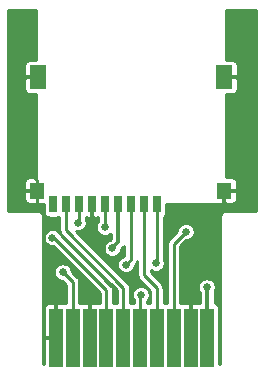
<source format=gtl>
G04 #@! TF.FileFunction,Copper,L1,Top,Signal*
%FSLAX46Y46*%
G04 Gerber Fmt 4.6, Leading zero omitted, Abs format (unit mm)*
G04 Created by KiCad (PCBNEW 4.0.4-stable) date 07/01/17 17:59:32*
%MOMM*%
%LPD*%
G01*
G04 APERTURE LIST*
%ADD10C,0.100000*%
%ADD11R,1.173480X4.998720*%
%ADD12R,1.277620X1.399540*%
%ADD13R,0.698500X1.399540*%
%ADD14R,1.399540X1.998980*%
%ADD15C,0.635000*%
%ADD16C,0.355600*%
%ADD17C,0.254000*%
G04 APERTURE END LIST*
D10*
D11*
X14597380Y-28274800D03*
X6050280Y-28274800D03*
X8900160Y-28274800D03*
X10325100Y-28274800D03*
X11747500Y-28274800D03*
X13172440Y-28274800D03*
X4625340Y-28274800D03*
X16022320Y-28274800D03*
X7475220Y-28274800D03*
X17447260Y-28274800D03*
D12*
X18875700Y-15833580D03*
D13*
X13175940Y-16984200D03*
X12076120Y-16984200D03*
X10976300Y-16984200D03*
X9876480Y-16984200D03*
X8776660Y-16984200D03*
X7676840Y-16984200D03*
X6577020Y-16984200D03*
X5477200Y-16984200D03*
X4377380Y-16984200D03*
D14*
X18875700Y-6234920D03*
X3076900Y-6234920D03*
D12*
X3018480Y-15833580D03*
D15*
X15875000Y-24638000D03*
X4318000Y-24257000D03*
X7620000Y-19685000D03*
X13081000Y-21971000D03*
X11811000Y-24638000D03*
X10541000Y-22098000D03*
X5207000Y-22733000D03*
X9398000Y-20701000D03*
X17399000Y-24003000D03*
X15621000Y-19304000D03*
X8763000Y-18923000D03*
X4318000Y-19812000D03*
X6477000Y-18542000D03*
D16*
X18875700Y-15833580D02*
X18875700Y-17065300D01*
X15875000Y-23114000D02*
X15875000Y-24638000D01*
X17399000Y-21590000D02*
X15875000Y-23114000D01*
X17399000Y-18542000D02*
X17399000Y-21590000D01*
X18875700Y-17065300D02*
X17399000Y-18542000D01*
X3076900Y-6234920D02*
X1512080Y-6234920D01*
X1482580Y-15833580D02*
X3018480Y-15833580D01*
X1143000Y-15494000D02*
X1482580Y-15833580D01*
X1143000Y-6604000D02*
X1143000Y-15494000D01*
X1512080Y-6234920D02*
X1143000Y-6604000D01*
X18875700Y-6234920D02*
X20585920Y-6234920D01*
X20742420Y-15833580D02*
X18875700Y-15833580D01*
X20828000Y-15748000D02*
X20742420Y-15833580D01*
X20828000Y-6477000D02*
X20828000Y-15748000D01*
X20585920Y-6234920D02*
X20828000Y-6477000D01*
X3076300Y-15774800D02*
X3016300Y-15834800D01*
X4625340Y-28274800D02*
X4625340Y-24564340D01*
X4625340Y-24564340D02*
X4318000Y-24257000D01*
X16022320Y-24785320D02*
X15875000Y-24638000D01*
X16022320Y-24785320D02*
X16022320Y-28274800D01*
X7676300Y-16984800D02*
X7676300Y-19628700D01*
X7676300Y-19628700D02*
X7620000Y-19685000D01*
D17*
X3016300Y-15834800D02*
X3016300Y-14954300D01*
X3016300Y-14954300D02*
X2540000Y-14478000D01*
X3016300Y-15834800D02*
X3016300Y-17240300D01*
X3016300Y-17240300D02*
X3302000Y-17526000D01*
X11747500Y-28274800D02*
X11747500Y-24701500D01*
X13176300Y-21875700D02*
X13176300Y-16984800D01*
X13081000Y-21971000D02*
X13176300Y-21875700D01*
X11747500Y-24701500D02*
X11811000Y-24638000D01*
X13172440Y-28274800D02*
X13172440Y-24094440D01*
X12076300Y-22998300D02*
X12076300Y-16984800D01*
X13172440Y-24094440D02*
X12076300Y-22998300D01*
X10976300Y-21662700D02*
X10541000Y-22098000D01*
X10976300Y-16984800D02*
X10976300Y-21662700D01*
X6050280Y-23576280D02*
X6050280Y-28274800D01*
X5207000Y-22733000D02*
X6050280Y-23576280D01*
X6096000Y-28229080D02*
X6050280Y-28274800D01*
D16*
X9876300Y-16984800D02*
X9876300Y-20222700D01*
X9876300Y-20222700D02*
X9398000Y-20701000D01*
X17447260Y-24051260D02*
X17399000Y-24003000D01*
X17447260Y-28274800D02*
X17447260Y-24051260D01*
X9906000Y-17014500D02*
X9876300Y-16984800D01*
D17*
X14597380Y-20327620D02*
X15621000Y-19304000D01*
X14597380Y-28274800D02*
X14597380Y-20327620D01*
X8776300Y-18909700D02*
X8776300Y-16984800D01*
X8763000Y-18923000D02*
X8776300Y-18909700D01*
X8900160Y-28274800D02*
X8900160Y-24267160D01*
X4445000Y-19812000D02*
X4318000Y-19812000D01*
X8900160Y-24267160D02*
X4445000Y-19812000D01*
X6576300Y-18442700D02*
X6576300Y-16984800D01*
X6477000Y-18542000D02*
X6576300Y-18442700D01*
X10325100Y-28274800D02*
X10325100Y-24041100D01*
X5476300Y-19192300D02*
X5476300Y-16984800D01*
X10325100Y-24041100D02*
X5476300Y-19192300D01*
G36*
X21529500Y-17538000D02*
X19036300Y-17538000D01*
X18988851Y-17542652D01*
X18941335Y-17546977D01*
X18939631Y-17547479D01*
X18937862Y-17547652D01*
X18892226Y-17561430D01*
X18846449Y-17574903D01*
X18844872Y-17575727D01*
X18843174Y-17576240D01*
X18801106Y-17598608D01*
X18758795Y-17620728D01*
X18757409Y-17621842D01*
X18755841Y-17622676D01*
X18718892Y-17652811D01*
X18681711Y-17682705D01*
X18680569Y-17684066D01*
X18679191Y-17685190D01*
X18648800Y-17721927D01*
X18618132Y-17758475D01*
X18617275Y-17760034D01*
X18616144Y-17761401D01*
X18593492Y-17803296D01*
X18570482Y-17845150D01*
X18569944Y-17846846D01*
X18569100Y-17848407D01*
X18555001Y-17893953D01*
X18540575Y-17939430D01*
X18540377Y-17941195D01*
X18539851Y-17942894D01*
X18534863Y-17990349D01*
X18529549Y-18037724D01*
X18529525Y-18041135D01*
X18529512Y-18041262D01*
X18529524Y-18041390D01*
X18529500Y-18044800D01*
X18529500Y-30538000D01*
X18467889Y-30538000D01*
X18467889Y-25775440D01*
X18462406Y-25706677D01*
X18426288Y-25590049D01*
X18359108Y-25488100D01*
X18266186Y-25408903D01*
X18154879Y-25358729D01*
X18056860Y-25344800D01*
X18056860Y-24367726D01*
X18113433Y-24240660D01*
X18145989Y-24097367D01*
X18148333Y-23929527D01*
X18119791Y-23785380D01*
X18063794Y-23649523D01*
X17982476Y-23527129D01*
X17878933Y-23422861D01*
X17757110Y-23340690D01*
X17621646Y-23283746D01*
X17477702Y-23254199D01*
X17330760Y-23253173D01*
X17186418Y-23280708D01*
X17050172Y-23335754D01*
X16927214Y-23416216D01*
X16822225Y-23519028D01*
X16739206Y-23640275D01*
X16681318Y-23775338D01*
X16650766Y-23919072D01*
X16648715Y-24066003D01*
X16675241Y-24210535D01*
X16729335Y-24347161D01*
X16808937Y-24470678D01*
X16837660Y-24500422D01*
X16837660Y-25343374D01*
X16791757Y-25347034D01*
X16739857Y-25363107D01*
X16734778Y-25361003D01*
X16651510Y-25344440D01*
X16155070Y-25344440D01*
X16047320Y-25452190D01*
X16047320Y-28249800D01*
X16067320Y-28249800D01*
X16067320Y-28299800D01*
X16047320Y-28299800D01*
X16047320Y-28319800D01*
X15997320Y-28319800D01*
X15997320Y-28299800D01*
X15977320Y-28299800D01*
X15977320Y-28249800D01*
X15997320Y-28249800D01*
X15997320Y-25452190D01*
X15889570Y-25344440D01*
X15393130Y-25344440D01*
X15309988Y-25360978D01*
X15304999Y-25358729D01*
X15184120Y-25341551D01*
X15156180Y-25341551D01*
X15156180Y-20559082D01*
X15660929Y-20054333D01*
X15678764Y-20054707D01*
X15823477Y-20029190D01*
X15960477Y-19976051D01*
X16084548Y-19897314D01*
X16190961Y-19795977D01*
X16275665Y-19675902D01*
X16335433Y-19541660D01*
X16367989Y-19398367D01*
X16370333Y-19230527D01*
X16341791Y-19086380D01*
X16285794Y-18950523D01*
X16204476Y-18828129D01*
X16100933Y-18723861D01*
X15979110Y-18641690D01*
X15843646Y-18584746D01*
X15699702Y-18555199D01*
X15552760Y-18554173D01*
X15408418Y-18581708D01*
X15272172Y-18636754D01*
X15149214Y-18717216D01*
X15044225Y-18820028D01*
X14961206Y-18941275D01*
X14903318Y-19076338D01*
X14872766Y-19220072D01*
X14872173Y-19262565D01*
X14202249Y-19932489D01*
X14169496Y-19972363D01*
X14136307Y-20011916D01*
X14134891Y-20014491D01*
X14133026Y-20016762D01*
X14108640Y-20062242D01*
X14083767Y-20107485D01*
X14082878Y-20110287D01*
X14081490Y-20112876D01*
X14066409Y-20162204D01*
X14050791Y-20211439D01*
X14050463Y-20214362D01*
X14049605Y-20217169D01*
X14044392Y-20268483D01*
X14038634Y-20319818D01*
X14038594Y-20325559D01*
X14038583Y-20325670D01*
X14038593Y-20325773D01*
X14038580Y-20327620D01*
X14038580Y-25341551D01*
X14010640Y-25341551D01*
X13941877Y-25347034D01*
X13889855Y-25363145D01*
X13880059Y-25358729D01*
X13759180Y-25341551D01*
X13731240Y-25341551D01*
X13731240Y-24094440D01*
X13726199Y-24043026D01*
X13721704Y-23991649D01*
X13720885Y-23988830D01*
X13720598Y-23985902D01*
X13705673Y-23936470D01*
X13691278Y-23886920D01*
X13689925Y-23884310D01*
X13689076Y-23881498D01*
X13664854Y-23835943D01*
X13641089Y-23790096D01*
X13639255Y-23787799D01*
X13637876Y-23785205D01*
X13605265Y-23745220D01*
X13573050Y-23704864D01*
X13569019Y-23700777D01*
X13568948Y-23700690D01*
X13568867Y-23700623D01*
X13567571Y-23699309D01*
X12635100Y-22766838D01*
X12635100Y-22573633D01*
X12713678Y-22628246D01*
X12848333Y-22687075D01*
X12991851Y-22718630D01*
X13138764Y-22721707D01*
X13283477Y-22696190D01*
X13420477Y-22643051D01*
X13544548Y-22564314D01*
X13650961Y-22462977D01*
X13735665Y-22342902D01*
X13795433Y-22208660D01*
X13827989Y-22065367D01*
X13830333Y-21897527D01*
X13801791Y-21753380D01*
X13745794Y-21617523D01*
X13735100Y-21601427D01*
X13735100Y-18060101D01*
X13812530Y-18009078D01*
X13891727Y-17916156D01*
X13941901Y-17804849D01*
X13959079Y-17683970D01*
X13959079Y-16951600D01*
X18130341Y-16951600D01*
X18194440Y-16964350D01*
X18742950Y-16964350D01*
X18850700Y-16856600D01*
X18850700Y-16839242D01*
X18853708Y-16836789D01*
X18890889Y-16806895D01*
X18892031Y-16805534D01*
X18893409Y-16804410D01*
X18900700Y-16795597D01*
X18900700Y-16856600D01*
X19008450Y-16964350D01*
X19556960Y-16964350D01*
X19640228Y-16947787D01*
X19718665Y-16915297D01*
X19789257Y-16868129D01*
X19849290Y-16808096D01*
X19896457Y-16737505D01*
X19928947Y-16659068D01*
X19945510Y-16575800D01*
X19945510Y-15966330D01*
X19837760Y-15858580D01*
X19043100Y-15858580D01*
X19043100Y-15808580D01*
X19837760Y-15808580D01*
X19945510Y-15700830D01*
X19945510Y-15091360D01*
X19928947Y-15008092D01*
X19896457Y-14929655D01*
X19849290Y-14859064D01*
X19789257Y-14799031D01*
X19718665Y-14751863D01*
X19640228Y-14719373D01*
X19556960Y-14702810D01*
X19043100Y-14702810D01*
X19043100Y-7665410D01*
X19617920Y-7665410D01*
X19701188Y-7648847D01*
X19779625Y-7616357D01*
X19850217Y-7569189D01*
X19910250Y-7509156D01*
X19957417Y-7438565D01*
X19989907Y-7360128D01*
X20006470Y-7276860D01*
X20006470Y-6367670D01*
X19898720Y-6259920D01*
X19043100Y-6259920D01*
X19043100Y-6209920D01*
X19898720Y-6209920D01*
X20006470Y-6102170D01*
X20006470Y-5192980D01*
X19989907Y-5109712D01*
X19957417Y-5031275D01*
X19910250Y-4960684D01*
X19850217Y-4900651D01*
X19779625Y-4853483D01*
X19701188Y-4820993D01*
X19617920Y-4804430D01*
X19043100Y-4804430D01*
X19043100Y-551600D01*
X21529500Y-551600D01*
X21529500Y-17538000D01*
X21529500Y-17538000D01*
G37*
X21529500Y-17538000D02*
X19036300Y-17538000D01*
X18988851Y-17542652D01*
X18941335Y-17546977D01*
X18939631Y-17547479D01*
X18937862Y-17547652D01*
X18892226Y-17561430D01*
X18846449Y-17574903D01*
X18844872Y-17575727D01*
X18843174Y-17576240D01*
X18801106Y-17598608D01*
X18758795Y-17620728D01*
X18757409Y-17621842D01*
X18755841Y-17622676D01*
X18718892Y-17652811D01*
X18681711Y-17682705D01*
X18680569Y-17684066D01*
X18679191Y-17685190D01*
X18648800Y-17721927D01*
X18618132Y-17758475D01*
X18617275Y-17760034D01*
X18616144Y-17761401D01*
X18593492Y-17803296D01*
X18570482Y-17845150D01*
X18569944Y-17846846D01*
X18569100Y-17848407D01*
X18555001Y-17893953D01*
X18540575Y-17939430D01*
X18540377Y-17941195D01*
X18539851Y-17942894D01*
X18534863Y-17990349D01*
X18529549Y-18037724D01*
X18529525Y-18041135D01*
X18529512Y-18041262D01*
X18529524Y-18041390D01*
X18529500Y-18044800D01*
X18529500Y-30538000D01*
X18467889Y-30538000D01*
X18467889Y-25775440D01*
X18462406Y-25706677D01*
X18426288Y-25590049D01*
X18359108Y-25488100D01*
X18266186Y-25408903D01*
X18154879Y-25358729D01*
X18056860Y-25344800D01*
X18056860Y-24367726D01*
X18113433Y-24240660D01*
X18145989Y-24097367D01*
X18148333Y-23929527D01*
X18119791Y-23785380D01*
X18063794Y-23649523D01*
X17982476Y-23527129D01*
X17878933Y-23422861D01*
X17757110Y-23340690D01*
X17621646Y-23283746D01*
X17477702Y-23254199D01*
X17330760Y-23253173D01*
X17186418Y-23280708D01*
X17050172Y-23335754D01*
X16927214Y-23416216D01*
X16822225Y-23519028D01*
X16739206Y-23640275D01*
X16681318Y-23775338D01*
X16650766Y-23919072D01*
X16648715Y-24066003D01*
X16675241Y-24210535D01*
X16729335Y-24347161D01*
X16808937Y-24470678D01*
X16837660Y-24500422D01*
X16837660Y-25343374D01*
X16791757Y-25347034D01*
X16739857Y-25363107D01*
X16734778Y-25361003D01*
X16651510Y-25344440D01*
X16155070Y-25344440D01*
X16047320Y-25452190D01*
X16047320Y-28249800D01*
X16067320Y-28249800D01*
X16067320Y-28299800D01*
X16047320Y-28299800D01*
X16047320Y-28319800D01*
X15997320Y-28319800D01*
X15997320Y-28299800D01*
X15977320Y-28299800D01*
X15977320Y-28249800D01*
X15997320Y-28249800D01*
X15997320Y-25452190D01*
X15889570Y-25344440D01*
X15393130Y-25344440D01*
X15309988Y-25360978D01*
X15304999Y-25358729D01*
X15184120Y-25341551D01*
X15156180Y-25341551D01*
X15156180Y-20559082D01*
X15660929Y-20054333D01*
X15678764Y-20054707D01*
X15823477Y-20029190D01*
X15960477Y-19976051D01*
X16084548Y-19897314D01*
X16190961Y-19795977D01*
X16275665Y-19675902D01*
X16335433Y-19541660D01*
X16367989Y-19398367D01*
X16370333Y-19230527D01*
X16341791Y-19086380D01*
X16285794Y-18950523D01*
X16204476Y-18828129D01*
X16100933Y-18723861D01*
X15979110Y-18641690D01*
X15843646Y-18584746D01*
X15699702Y-18555199D01*
X15552760Y-18554173D01*
X15408418Y-18581708D01*
X15272172Y-18636754D01*
X15149214Y-18717216D01*
X15044225Y-18820028D01*
X14961206Y-18941275D01*
X14903318Y-19076338D01*
X14872766Y-19220072D01*
X14872173Y-19262565D01*
X14202249Y-19932489D01*
X14169496Y-19972363D01*
X14136307Y-20011916D01*
X14134891Y-20014491D01*
X14133026Y-20016762D01*
X14108640Y-20062242D01*
X14083767Y-20107485D01*
X14082878Y-20110287D01*
X14081490Y-20112876D01*
X14066409Y-20162204D01*
X14050791Y-20211439D01*
X14050463Y-20214362D01*
X14049605Y-20217169D01*
X14044392Y-20268483D01*
X14038634Y-20319818D01*
X14038594Y-20325559D01*
X14038583Y-20325670D01*
X14038593Y-20325773D01*
X14038580Y-20327620D01*
X14038580Y-25341551D01*
X14010640Y-25341551D01*
X13941877Y-25347034D01*
X13889855Y-25363145D01*
X13880059Y-25358729D01*
X13759180Y-25341551D01*
X13731240Y-25341551D01*
X13731240Y-24094440D01*
X13726199Y-24043026D01*
X13721704Y-23991649D01*
X13720885Y-23988830D01*
X13720598Y-23985902D01*
X13705673Y-23936470D01*
X13691278Y-23886920D01*
X13689925Y-23884310D01*
X13689076Y-23881498D01*
X13664854Y-23835943D01*
X13641089Y-23790096D01*
X13639255Y-23787799D01*
X13637876Y-23785205D01*
X13605265Y-23745220D01*
X13573050Y-23704864D01*
X13569019Y-23700777D01*
X13568948Y-23700690D01*
X13568867Y-23700623D01*
X13567571Y-23699309D01*
X12635100Y-22766838D01*
X12635100Y-22573633D01*
X12713678Y-22628246D01*
X12848333Y-22687075D01*
X12991851Y-22718630D01*
X13138764Y-22721707D01*
X13283477Y-22696190D01*
X13420477Y-22643051D01*
X13544548Y-22564314D01*
X13650961Y-22462977D01*
X13735665Y-22342902D01*
X13795433Y-22208660D01*
X13827989Y-22065367D01*
X13830333Y-21897527D01*
X13801791Y-21753380D01*
X13745794Y-21617523D01*
X13735100Y-21601427D01*
X13735100Y-18060101D01*
X13812530Y-18009078D01*
X13891727Y-17916156D01*
X13941901Y-17804849D01*
X13959079Y-17683970D01*
X13959079Y-16951600D01*
X18130341Y-16951600D01*
X18194440Y-16964350D01*
X18742950Y-16964350D01*
X18850700Y-16856600D01*
X18850700Y-16839242D01*
X18853708Y-16836789D01*
X18890889Y-16806895D01*
X18892031Y-16805534D01*
X18893409Y-16804410D01*
X18900700Y-16795597D01*
X18900700Y-16856600D01*
X19008450Y-16964350D01*
X19556960Y-16964350D01*
X19640228Y-16947787D01*
X19718665Y-16915297D01*
X19789257Y-16868129D01*
X19849290Y-16808096D01*
X19896457Y-16737505D01*
X19928947Y-16659068D01*
X19945510Y-16575800D01*
X19945510Y-15966330D01*
X19837760Y-15858580D01*
X19043100Y-15858580D01*
X19043100Y-15808580D01*
X19837760Y-15808580D01*
X19945510Y-15700830D01*
X19945510Y-15091360D01*
X19928947Y-15008092D01*
X19896457Y-14929655D01*
X19849290Y-14859064D01*
X19789257Y-14799031D01*
X19718665Y-14751863D01*
X19640228Y-14719373D01*
X19556960Y-14702810D01*
X19043100Y-14702810D01*
X19043100Y-7665410D01*
X19617920Y-7665410D01*
X19701188Y-7648847D01*
X19779625Y-7616357D01*
X19850217Y-7569189D01*
X19910250Y-7509156D01*
X19957417Y-7438565D01*
X19989907Y-7360128D01*
X20006470Y-7276860D01*
X20006470Y-6367670D01*
X19898720Y-6259920D01*
X19043100Y-6259920D01*
X19043100Y-6209920D01*
X19898720Y-6209920D01*
X20006470Y-6102170D01*
X20006470Y-5192980D01*
X19989907Y-5109712D01*
X19957417Y-5031275D01*
X19910250Y-4960684D01*
X19850217Y-4900651D01*
X19779625Y-4853483D01*
X19701188Y-4820993D01*
X19617920Y-4804430D01*
X19043100Y-4804430D01*
X19043100Y-551600D01*
X21529500Y-551600D01*
X21529500Y-17538000D01*
G36*
X2929500Y-4804430D02*
X2334680Y-4804430D01*
X2251412Y-4820993D01*
X2172975Y-4853483D01*
X2102383Y-4900651D01*
X2042350Y-4960684D01*
X1995183Y-5031275D01*
X1962693Y-5109712D01*
X1946130Y-5192980D01*
X1946130Y-6102170D01*
X2053880Y-6209920D01*
X2929500Y-6209920D01*
X2929500Y-6259920D01*
X2053880Y-6259920D01*
X1946130Y-6367670D01*
X1946130Y-7276860D01*
X1962693Y-7360128D01*
X1995183Y-7438565D01*
X2042350Y-7509156D01*
X2102383Y-7569189D01*
X2172975Y-7616357D01*
X2251412Y-7648847D01*
X2334680Y-7665410D01*
X2929500Y-7665410D01*
X2929500Y-14746580D01*
X2885730Y-14702810D01*
X2337220Y-14702810D01*
X2253952Y-14719373D01*
X2175515Y-14751863D01*
X2104923Y-14799031D01*
X2044890Y-14859064D01*
X1997723Y-14929655D01*
X1965233Y-15008092D01*
X1948670Y-15091360D01*
X1948670Y-15700830D01*
X2056420Y-15808580D01*
X2929500Y-15808580D01*
X2929500Y-15858580D01*
X2056420Y-15858580D01*
X1948670Y-15966330D01*
X1948670Y-16575800D01*
X1965233Y-16659068D01*
X1997723Y-16737505D01*
X2044890Y-16808096D01*
X2104923Y-16868129D01*
X2175515Y-16915297D01*
X2253952Y-16947787D01*
X2337220Y-16964350D01*
X2885730Y-16964350D01*
X2993480Y-16856600D01*
X2993480Y-16686444D01*
X3012228Y-16722305D01*
X3013342Y-16723691D01*
X3014176Y-16725259D01*
X3043480Y-16761189D01*
X3043480Y-16856600D01*
X3151230Y-16964350D01*
X3594241Y-16964350D01*
X3594241Y-17683970D01*
X3599724Y-17752733D01*
X3635842Y-17869361D01*
X3703022Y-17971310D01*
X3795944Y-18050507D01*
X3907251Y-18100681D01*
X4028130Y-18117859D01*
X4726630Y-18117859D01*
X4795393Y-18112376D01*
X4912021Y-18076258D01*
X4917500Y-18072648D01*
X4917500Y-19192300D01*
X4922541Y-19243714D01*
X4927036Y-19295091D01*
X4927855Y-19297910D01*
X4928142Y-19300838D01*
X4943067Y-19350270D01*
X4957462Y-19399820D01*
X4958815Y-19402430D01*
X4959664Y-19405242D01*
X4983886Y-19450797D01*
X5007651Y-19496644D01*
X5009485Y-19498941D01*
X5010864Y-19501535D01*
X5043475Y-19541520D01*
X5075690Y-19581876D01*
X5079721Y-19585963D01*
X5079792Y-19586050D01*
X5079873Y-19586117D01*
X5081169Y-19587431D01*
X9766300Y-24272562D01*
X9766300Y-25341551D01*
X9738360Y-25341551D01*
X9669597Y-25347034D01*
X9617575Y-25363145D01*
X9607779Y-25358729D01*
X9486900Y-25341551D01*
X9458960Y-25341551D01*
X9458960Y-24267160D01*
X9453923Y-24215792D01*
X9449425Y-24164369D01*
X9448605Y-24161545D01*
X9448318Y-24158622D01*
X9433406Y-24109232D01*
X9418998Y-24059640D01*
X9417645Y-24057030D01*
X9416796Y-24054218D01*
X9392574Y-24008663D01*
X9368809Y-23962816D01*
X9366975Y-23960519D01*
X9365596Y-23957925D01*
X9332985Y-23917940D01*
X9300770Y-23877584D01*
X9296739Y-23873497D01*
X9296668Y-23873410D01*
X9296587Y-23873343D01*
X9295291Y-23872029D01*
X5044013Y-19620751D01*
X5038791Y-19594380D01*
X4982794Y-19458523D01*
X4901476Y-19336129D01*
X4797933Y-19231861D01*
X4676110Y-19149690D01*
X4540646Y-19092746D01*
X4396702Y-19063199D01*
X4249760Y-19062173D01*
X4105418Y-19089708D01*
X3969172Y-19144754D01*
X3846214Y-19225216D01*
X3741225Y-19328028D01*
X3658206Y-19449275D01*
X3600318Y-19584338D01*
X3569766Y-19728072D01*
X3567715Y-19875003D01*
X3594241Y-20019535D01*
X3648335Y-20156161D01*
X3727937Y-20279678D01*
X3830014Y-20385382D01*
X3950678Y-20469246D01*
X4085333Y-20528075D01*
X4228851Y-20559630D01*
X4375764Y-20562707D01*
X4400996Y-20558258D01*
X8341360Y-24498622D01*
X8341360Y-25341551D01*
X8313420Y-25341551D01*
X8244657Y-25347034D01*
X8192757Y-25363107D01*
X8187678Y-25361003D01*
X8104410Y-25344440D01*
X7607970Y-25344440D01*
X7500220Y-25452190D01*
X7500220Y-28249800D01*
X7520220Y-28249800D01*
X7520220Y-28299800D01*
X7500220Y-28299800D01*
X7500220Y-28319800D01*
X7450220Y-28319800D01*
X7450220Y-28299800D01*
X7430220Y-28299800D01*
X7430220Y-28249800D01*
X7450220Y-28249800D01*
X7450220Y-25452190D01*
X7342470Y-25344440D01*
X6846030Y-25344440D01*
X6762888Y-25360978D01*
X6757899Y-25358729D01*
X6637020Y-25341551D01*
X6609080Y-25341551D01*
X6609080Y-23576280D01*
X6604039Y-23524866D01*
X6599544Y-23473489D01*
X6598725Y-23470670D01*
X6598438Y-23467742D01*
X6583513Y-23418310D01*
X6569118Y-23368760D01*
X6567765Y-23366150D01*
X6566916Y-23363338D01*
X6542694Y-23317783D01*
X6518929Y-23271936D01*
X6517095Y-23269639D01*
X6515716Y-23267045D01*
X6483105Y-23227060D01*
X6450890Y-23186704D01*
X6446859Y-23182617D01*
X6446788Y-23182530D01*
X6446707Y-23182463D01*
X6445411Y-23181149D01*
X5955885Y-22691623D01*
X5956333Y-22659527D01*
X5927791Y-22515380D01*
X5871794Y-22379523D01*
X5790476Y-22257129D01*
X5686933Y-22152861D01*
X5565110Y-22070690D01*
X5429646Y-22013746D01*
X5285702Y-21984199D01*
X5138760Y-21983173D01*
X4994418Y-22010708D01*
X4858172Y-22065754D01*
X4735214Y-22146216D01*
X4630225Y-22249028D01*
X4547206Y-22370275D01*
X4489318Y-22505338D01*
X4458766Y-22649072D01*
X4456715Y-22796003D01*
X4483241Y-22940535D01*
X4537335Y-23077161D01*
X4616937Y-23200678D01*
X4719014Y-23306382D01*
X4839678Y-23390246D01*
X4974333Y-23449075D01*
X5117851Y-23480630D01*
X5165363Y-23481625D01*
X5491480Y-23807742D01*
X5491480Y-25341551D01*
X5463540Y-25341551D01*
X5394777Y-25347034D01*
X5342877Y-25363107D01*
X5337798Y-25361003D01*
X5254530Y-25344440D01*
X4758090Y-25344440D01*
X4650340Y-25452190D01*
X4650340Y-28249800D01*
X4670340Y-28249800D01*
X4670340Y-28299800D01*
X4650340Y-28299800D01*
X4650340Y-28319800D01*
X4600340Y-28319800D01*
X4600340Y-28299800D01*
X3715350Y-28299800D01*
X3607600Y-28407550D01*
X3607600Y-30538000D01*
X3543100Y-30538000D01*
X3543100Y-25732990D01*
X3607600Y-25732990D01*
X3607600Y-28142050D01*
X3715350Y-28249800D01*
X4600340Y-28249800D01*
X4600340Y-25452190D01*
X4492590Y-25344440D01*
X3996150Y-25344440D01*
X3912882Y-25361003D01*
X3834445Y-25393493D01*
X3763853Y-25440661D01*
X3703820Y-25500694D01*
X3656653Y-25571285D01*
X3624163Y-25649722D01*
X3607600Y-25732990D01*
X3543100Y-25732990D01*
X3543100Y-18044800D01*
X3538448Y-17997351D01*
X3534123Y-17949835D01*
X3533621Y-17948131D01*
X3533448Y-17946362D01*
X3519670Y-17900726D01*
X3506197Y-17854949D01*
X3505373Y-17853372D01*
X3504860Y-17851674D01*
X3482492Y-17809606D01*
X3460372Y-17767295D01*
X3459258Y-17765909D01*
X3458424Y-17764341D01*
X3428289Y-17727392D01*
X3398395Y-17690211D01*
X3397034Y-17689069D01*
X3395910Y-17687691D01*
X3359173Y-17657300D01*
X3322625Y-17626632D01*
X3321066Y-17625775D01*
X3319699Y-17624644D01*
X3277804Y-17601992D01*
X3235950Y-17578982D01*
X3234254Y-17578444D01*
X3232693Y-17577600D01*
X3187147Y-17563501D01*
X3141670Y-17549075D01*
X3139905Y-17548877D01*
X3138206Y-17548351D01*
X3090751Y-17543363D01*
X3043376Y-17538049D01*
X3039965Y-17538025D01*
X3039838Y-17538012D01*
X3039710Y-17538024D01*
X3036300Y-17538000D01*
X543100Y-17538000D01*
X543100Y-551600D01*
X2929500Y-551600D01*
X2929500Y-4804430D01*
X2929500Y-4804430D01*
G37*
X2929500Y-4804430D02*
X2334680Y-4804430D01*
X2251412Y-4820993D01*
X2172975Y-4853483D01*
X2102383Y-4900651D01*
X2042350Y-4960684D01*
X1995183Y-5031275D01*
X1962693Y-5109712D01*
X1946130Y-5192980D01*
X1946130Y-6102170D01*
X2053880Y-6209920D01*
X2929500Y-6209920D01*
X2929500Y-6259920D01*
X2053880Y-6259920D01*
X1946130Y-6367670D01*
X1946130Y-7276860D01*
X1962693Y-7360128D01*
X1995183Y-7438565D01*
X2042350Y-7509156D01*
X2102383Y-7569189D01*
X2172975Y-7616357D01*
X2251412Y-7648847D01*
X2334680Y-7665410D01*
X2929500Y-7665410D01*
X2929500Y-14746580D01*
X2885730Y-14702810D01*
X2337220Y-14702810D01*
X2253952Y-14719373D01*
X2175515Y-14751863D01*
X2104923Y-14799031D01*
X2044890Y-14859064D01*
X1997723Y-14929655D01*
X1965233Y-15008092D01*
X1948670Y-15091360D01*
X1948670Y-15700830D01*
X2056420Y-15808580D01*
X2929500Y-15808580D01*
X2929500Y-15858580D01*
X2056420Y-15858580D01*
X1948670Y-15966330D01*
X1948670Y-16575800D01*
X1965233Y-16659068D01*
X1997723Y-16737505D01*
X2044890Y-16808096D01*
X2104923Y-16868129D01*
X2175515Y-16915297D01*
X2253952Y-16947787D01*
X2337220Y-16964350D01*
X2885730Y-16964350D01*
X2993480Y-16856600D01*
X2993480Y-16686444D01*
X3012228Y-16722305D01*
X3013342Y-16723691D01*
X3014176Y-16725259D01*
X3043480Y-16761189D01*
X3043480Y-16856600D01*
X3151230Y-16964350D01*
X3594241Y-16964350D01*
X3594241Y-17683970D01*
X3599724Y-17752733D01*
X3635842Y-17869361D01*
X3703022Y-17971310D01*
X3795944Y-18050507D01*
X3907251Y-18100681D01*
X4028130Y-18117859D01*
X4726630Y-18117859D01*
X4795393Y-18112376D01*
X4912021Y-18076258D01*
X4917500Y-18072648D01*
X4917500Y-19192300D01*
X4922541Y-19243714D01*
X4927036Y-19295091D01*
X4927855Y-19297910D01*
X4928142Y-19300838D01*
X4943067Y-19350270D01*
X4957462Y-19399820D01*
X4958815Y-19402430D01*
X4959664Y-19405242D01*
X4983886Y-19450797D01*
X5007651Y-19496644D01*
X5009485Y-19498941D01*
X5010864Y-19501535D01*
X5043475Y-19541520D01*
X5075690Y-19581876D01*
X5079721Y-19585963D01*
X5079792Y-19586050D01*
X5079873Y-19586117D01*
X5081169Y-19587431D01*
X9766300Y-24272562D01*
X9766300Y-25341551D01*
X9738360Y-25341551D01*
X9669597Y-25347034D01*
X9617575Y-25363145D01*
X9607779Y-25358729D01*
X9486900Y-25341551D01*
X9458960Y-25341551D01*
X9458960Y-24267160D01*
X9453923Y-24215792D01*
X9449425Y-24164369D01*
X9448605Y-24161545D01*
X9448318Y-24158622D01*
X9433406Y-24109232D01*
X9418998Y-24059640D01*
X9417645Y-24057030D01*
X9416796Y-24054218D01*
X9392574Y-24008663D01*
X9368809Y-23962816D01*
X9366975Y-23960519D01*
X9365596Y-23957925D01*
X9332985Y-23917940D01*
X9300770Y-23877584D01*
X9296739Y-23873497D01*
X9296668Y-23873410D01*
X9296587Y-23873343D01*
X9295291Y-23872029D01*
X5044013Y-19620751D01*
X5038791Y-19594380D01*
X4982794Y-19458523D01*
X4901476Y-19336129D01*
X4797933Y-19231861D01*
X4676110Y-19149690D01*
X4540646Y-19092746D01*
X4396702Y-19063199D01*
X4249760Y-19062173D01*
X4105418Y-19089708D01*
X3969172Y-19144754D01*
X3846214Y-19225216D01*
X3741225Y-19328028D01*
X3658206Y-19449275D01*
X3600318Y-19584338D01*
X3569766Y-19728072D01*
X3567715Y-19875003D01*
X3594241Y-20019535D01*
X3648335Y-20156161D01*
X3727937Y-20279678D01*
X3830014Y-20385382D01*
X3950678Y-20469246D01*
X4085333Y-20528075D01*
X4228851Y-20559630D01*
X4375764Y-20562707D01*
X4400996Y-20558258D01*
X8341360Y-24498622D01*
X8341360Y-25341551D01*
X8313420Y-25341551D01*
X8244657Y-25347034D01*
X8192757Y-25363107D01*
X8187678Y-25361003D01*
X8104410Y-25344440D01*
X7607970Y-25344440D01*
X7500220Y-25452190D01*
X7500220Y-28249800D01*
X7520220Y-28249800D01*
X7520220Y-28299800D01*
X7500220Y-28299800D01*
X7500220Y-28319800D01*
X7450220Y-28319800D01*
X7450220Y-28299800D01*
X7430220Y-28299800D01*
X7430220Y-28249800D01*
X7450220Y-28249800D01*
X7450220Y-25452190D01*
X7342470Y-25344440D01*
X6846030Y-25344440D01*
X6762888Y-25360978D01*
X6757899Y-25358729D01*
X6637020Y-25341551D01*
X6609080Y-25341551D01*
X6609080Y-23576280D01*
X6604039Y-23524866D01*
X6599544Y-23473489D01*
X6598725Y-23470670D01*
X6598438Y-23467742D01*
X6583513Y-23418310D01*
X6569118Y-23368760D01*
X6567765Y-23366150D01*
X6566916Y-23363338D01*
X6542694Y-23317783D01*
X6518929Y-23271936D01*
X6517095Y-23269639D01*
X6515716Y-23267045D01*
X6483105Y-23227060D01*
X6450890Y-23186704D01*
X6446859Y-23182617D01*
X6446788Y-23182530D01*
X6446707Y-23182463D01*
X6445411Y-23181149D01*
X5955885Y-22691623D01*
X5956333Y-22659527D01*
X5927791Y-22515380D01*
X5871794Y-22379523D01*
X5790476Y-22257129D01*
X5686933Y-22152861D01*
X5565110Y-22070690D01*
X5429646Y-22013746D01*
X5285702Y-21984199D01*
X5138760Y-21983173D01*
X4994418Y-22010708D01*
X4858172Y-22065754D01*
X4735214Y-22146216D01*
X4630225Y-22249028D01*
X4547206Y-22370275D01*
X4489318Y-22505338D01*
X4458766Y-22649072D01*
X4456715Y-22796003D01*
X4483241Y-22940535D01*
X4537335Y-23077161D01*
X4616937Y-23200678D01*
X4719014Y-23306382D01*
X4839678Y-23390246D01*
X4974333Y-23449075D01*
X5117851Y-23480630D01*
X5165363Y-23481625D01*
X5491480Y-23807742D01*
X5491480Y-25341551D01*
X5463540Y-25341551D01*
X5394777Y-25347034D01*
X5342877Y-25363107D01*
X5337798Y-25361003D01*
X5254530Y-25344440D01*
X4758090Y-25344440D01*
X4650340Y-25452190D01*
X4650340Y-28249800D01*
X4670340Y-28249800D01*
X4670340Y-28299800D01*
X4650340Y-28299800D01*
X4650340Y-28319800D01*
X4600340Y-28319800D01*
X4600340Y-28299800D01*
X3715350Y-28299800D01*
X3607600Y-28407550D01*
X3607600Y-30538000D01*
X3543100Y-30538000D01*
X3543100Y-25732990D01*
X3607600Y-25732990D01*
X3607600Y-28142050D01*
X3715350Y-28249800D01*
X4600340Y-28249800D01*
X4600340Y-25452190D01*
X4492590Y-25344440D01*
X3996150Y-25344440D01*
X3912882Y-25361003D01*
X3834445Y-25393493D01*
X3763853Y-25440661D01*
X3703820Y-25500694D01*
X3656653Y-25571285D01*
X3624163Y-25649722D01*
X3607600Y-25732990D01*
X3543100Y-25732990D01*
X3543100Y-18044800D01*
X3538448Y-17997351D01*
X3534123Y-17949835D01*
X3533621Y-17948131D01*
X3533448Y-17946362D01*
X3519670Y-17900726D01*
X3506197Y-17854949D01*
X3505373Y-17853372D01*
X3504860Y-17851674D01*
X3482492Y-17809606D01*
X3460372Y-17767295D01*
X3459258Y-17765909D01*
X3458424Y-17764341D01*
X3428289Y-17727392D01*
X3398395Y-17690211D01*
X3397034Y-17689069D01*
X3395910Y-17687691D01*
X3359173Y-17657300D01*
X3322625Y-17626632D01*
X3321066Y-17625775D01*
X3319699Y-17624644D01*
X3277804Y-17601992D01*
X3235950Y-17578982D01*
X3234254Y-17578444D01*
X3232693Y-17577600D01*
X3187147Y-17563501D01*
X3141670Y-17549075D01*
X3139905Y-17548877D01*
X3138206Y-17548351D01*
X3090751Y-17543363D01*
X3043376Y-17538049D01*
X3039965Y-17538025D01*
X3039838Y-17538012D01*
X3039710Y-17538024D01*
X3036300Y-17538000D01*
X543100Y-17538000D01*
X543100Y-551600D01*
X2929500Y-551600D01*
X2929500Y-4804430D01*
G36*
X7701840Y-16959200D02*
X7721840Y-16959200D01*
X7721840Y-17009200D01*
X7701840Y-17009200D01*
X7701840Y-18007220D01*
X7809590Y-18114970D01*
X8068540Y-18114970D01*
X8151808Y-18098407D01*
X8217500Y-18071196D01*
X8217500Y-18408402D01*
X8186225Y-18439028D01*
X8103206Y-18560275D01*
X8045318Y-18695338D01*
X8014766Y-18839072D01*
X8012715Y-18986003D01*
X8039241Y-19130535D01*
X8093335Y-19267161D01*
X8172937Y-19390678D01*
X8275014Y-19496382D01*
X8395678Y-19580246D01*
X8530333Y-19639075D01*
X8673851Y-19670630D01*
X8820764Y-19673707D01*
X8965477Y-19648190D01*
X9102477Y-19595051D01*
X9226548Y-19516314D01*
X9266700Y-19478077D01*
X9266700Y-19963202D01*
X9185418Y-19978708D01*
X9049172Y-20033754D01*
X8926214Y-20114216D01*
X8821225Y-20217028D01*
X8738206Y-20338275D01*
X8680318Y-20473338D01*
X8649766Y-20617072D01*
X8647715Y-20764003D01*
X8674241Y-20908535D01*
X8728335Y-21045161D01*
X8807937Y-21168678D01*
X8910014Y-21274382D01*
X9030678Y-21358246D01*
X9165333Y-21417075D01*
X9308851Y-21448630D01*
X9455764Y-21451707D01*
X9600477Y-21426190D01*
X9737477Y-21373051D01*
X9861548Y-21294314D01*
X9967961Y-21192977D01*
X10052665Y-21072902D01*
X10112433Y-20938660D01*
X10138889Y-20822216D01*
X10307352Y-20653753D01*
X10343090Y-20610244D01*
X10379289Y-20567104D01*
X10380833Y-20564295D01*
X10382868Y-20561818D01*
X10409474Y-20512199D01*
X10417500Y-20497599D01*
X10417500Y-21358715D01*
X10328418Y-21375708D01*
X10192172Y-21430754D01*
X10069214Y-21511216D01*
X9964225Y-21614028D01*
X9881206Y-21735275D01*
X9823318Y-21870338D01*
X9792766Y-22014072D01*
X9790715Y-22161003D01*
X9817241Y-22305535D01*
X9871335Y-22442161D01*
X9950937Y-22565678D01*
X10053014Y-22671382D01*
X10173678Y-22755246D01*
X10308333Y-22814075D01*
X10451851Y-22845630D01*
X10598764Y-22848707D01*
X10743477Y-22823190D01*
X10880477Y-22770051D01*
X11004548Y-22691314D01*
X11110961Y-22589977D01*
X11195665Y-22469902D01*
X11255433Y-22335660D01*
X11287989Y-22192367D01*
X11288713Y-22140549D01*
X11371431Y-22057831D01*
X11404184Y-22017957D01*
X11437373Y-21978404D01*
X11438789Y-21975829D01*
X11440654Y-21973558D01*
X11465021Y-21928112D01*
X11489913Y-21882835D01*
X11490803Y-21880028D01*
X11492189Y-21877444D01*
X11507256Y-21828162D01*
X11517500Y-21795869D01*
X11517500Y-22998300D01*
X11522541Y-23049714D01*
X11527036Y-23101091D01*
X11527855Y-23103910D01*
X11528142Y-23106838D01*
X11543067Y-23156270D01*
X11557462Y-23205820D01*
X11558815Y-23208430D01*
X11559664Y-23211242D01*
X11583886Y-23256797D01*
X11607651Y-23302644D01*
X11609485Y-23304941D01*
X11610864Y-23307535D01*
X11643475Y-23347520D01*
X11675690Y-23387876D01*
X11679721Y-23391963D01*
X11679792Y-23392050D01*
X11679873Y-23392117D01*
X11681169Y-23393431D01*
X12613640Y-24325902D01*
X12613640Y-25341551D01*
X12585700Y-25341551D01*
X12516937Y-25347034D01*
X12464915Y-25363145D01*
X12455119Y-25358729D01*
X12334240Y-25341551D01*
X12306300Y-25341551D01*
X12306300Y-25201077D01*
X12380961Y-25129977D01*
X12465665Y-25009902D01*
X12525433Y-24875660D01*
X12557989Y-24732367D01*
X12560333Y-24564527D01*
X12531791Y-24420380D01*
X12475794Y-24284523D01*
X12394476Y-24162129D01*
X12290933Y-24057861D01*
X12169110Y-23975690D01*
X12033646Y-23918746D01*
X11889702Y-23889199D01*
X11742760Y-23888173D01*
X11598418Y-23915708D01*
X11462172Y-23970754D01*
X11339214Y-24051216D01*
X11234225Y-24154028D01*
X11151206Y-24275275D01*
X11093318Y-24410338D01*
X11062766Y-24554072D01*
X11060715Y-24701003D01*
X11087241Y-24845535D01*
X11141335Y-24982161D01*
X11188700Y-25055656D01*
X11188700Y-25341551D01*
X11160760Y-25341551D01*
X11091997Y-25347034D01*
X11041480Y-25362678D01*
X11032719Y-25358729D01*
X10911840Y-25341551D01*
X10883900Y-25341551D01*
X10883900Y-24041100D01*
X10878859Y-23989682D01*
X10874364Y-23938309D01*
X10873545Y-23935490D01*
X10873258Y-23932562D01*
X10858333Y-23883130D01*
X10843938Y-23833580D01*
X10842585Y-23830970D01*
X10841736Y-23828158D01*
X10817514Y-23782603D01*
X10793749Y-23736756D01*
X10791915Y-23734459D01*
X10790536Y-23731865D01*
X10757925Y-23691880D01*
X10725710Y-23651524D01*
X10721679Y-23647437D01*
X10721608Y-23647350D01*
X10721527Y-23647283D01*
X10720231Y-23645969D01*
X6357140Y-19282878D01*
X6387851Y-19289630D01*
X6534764Y-19292707D01*
X6679477Y-19267190D01*
X6816477Y-19214051D01*
X6940548Y-19135314D01*
X7046961Y-19033977D01*
X7131665Y-18913902D01*
X7191433Y-18779660D01*
X7223989Y-18636367D01*
X7226333Y-18468527D01*
X7197791Y-18324380D01*
X7141794Y-18188523D01*
X7135100Y-18178448D01*
X7135100Y-18070749D01*
X7201872Y-18098407D01*
X7285140Y-18114970D01*
X7544090Y-18114970D01*
X7651840Y-18007220D01*
X7651840Y-17009200D01*
X7631840Y-17009200D01*
X7631840Y-16959200D01*
X7651840Y-16959200D01*
X7651840Y-16951600D01*
X7701840Y-16951600D01*
X7701840Y-16959200D01*
X7701840Y-16959200D01*
G37*
X7701840Y-16959200D02*
X7721840Y-16959200D01*
X7721840Y-17009200D01*
X7701840Y-17009200D01*
X7701840Y-18007220D01*
X7809590Y-18114970D01*
X8068540Y-18114970D01*
X8151808Y-18098407D01*
X8217500Y-18071196D01*
X8217500Y-18408402D01*
X8186225Y-18439028D01*
X8103206Y-18560275D01*
X8045318Y-18695338D01*
X8014766Y-18839072D01*
X8012715Y-18986003D01*
X8039241Y-19130535D01*
X8093335Y-19267161D01*
X8172937Y-19390678D01*
X8275014Y-19496382D01*
X8395678Y-19580246D01*
X8530333Y-19639075D01*
X8673851Y-19670630D01*
X8820764Y-19673707D01*
X8965477Y-19648190D01*
X9102477Y-19595051D01*
X9226548Y-19516314D01*
X9266700Y-19478077D01*
X9266700Y-19963202D01*
X9185418Y-19978708D01*
X9049172Y-20033754D01*
X8926214Y-20114216D01*
X8821225Y-20217028D01*
X8738206Y-20338275D01*
X8680318Y-20473338D01*
X8649766Y-20617072D01*
X8647715Y-20764003D01*
X8674241Y-20908535D01*
X8728335Y-21045161D01*
X8807937Y-21168678D01*
X8910014Y-21274382D01*
X9030678Y-21358246D01*
X9165333Y-21417075D01*
X9308851Y-21448630D01*
X9455764Y-21451707D01*
X9600477Y-21426190D01*
X9737477Y-21373051D01*
X9861548Y-21294314D01*
X9967961Y-21192977D01*
X10052665Y-21072902D01*
X10112433Y-20938660D01*
X10138889Y-20822216D01*
X10307352Y-20653753D01*
X10343090Y-20610244D01*
X10379289Y-20567104D01*
X10380833Y-20564295D01*
X10382868Y-20561818D01*
X10409474Y-20512199D01*
X10417500Y-20497599D01*
X10417500Y-21358715D01*
X10328418Y-21375708D01*
X10192172Y-21430754D01*
X10069214Y-21511216D01*
X9964225Y-21614028D01*
X9881206Y-21735275D01*
X9823318Y-21870338D01*
X9792766Y-22014072D01*
X9790715Y-22161003D01*
X9817241Y-22305535D01*
X9871335Y-22442161D01*
X9950937Y-22565678D01*
X10053014Y-22671382D01*
X10173678Y-22755246D01*
X10308333Y-22814075D01*
X10451851Y-22845630D01*
X10598764Y-22848707D01*
X10743477Y-22823190D01*
X10880477Y-22770051D01*
X11004548Y-22691314D01*
X11110961Y-22589977D01*
X11195665Y-22469902D01*
X11255433Y-22335660D01*
X11287989Y-22192367D01*
X11288713Y-22140549D01*
X11371431Y-22057831D01*
X11404184Y-22017957D01*
X11437373Y-21978404D01*
X11438789Y-21975829D01*
X11440654Y-21973558D01*
X11465021Y-21928112D01*
X11489913Y-21882835D01*
X11490803Y-21880028D01*
X11492189Y-21877444D01*
X11507256Y-21828162D01*
X11517500Y-21795869D01*
X11517500Y-22998300D01*
X11522541Y-23049714D01*
X11527036Y-23101091D01*
X11527855Y-23103910D01*
X11528142Y-23106838D01*
X11543067Y-23156270D01*
X11557462Y-23205820D01*
X11558815Y-23208430D01*
X11559664Y-23211242D01*
X11583886Y-23256797D01*
X11607651Y-23302644D01*
X11609485Y-23304941D01*
X11610864Y-23307535D01*
X11643475Y-23347520D01*
X11675690Y-23387876D01*
X11679721Y-23391963D01*
X11679792Y-23392050D01*
X11679873Y-23392117D01*
X11681169Y-23393431D01*
X12613640Y-24325902D01*
X12613640Y-25341551D01*
X12585700Y-25341551D01*
X12516937Y-25347034D01*
X12464915Y-25363145D01*
X12455119Y-25358729D01*
X12334240Y-25341551D01*
X12306300Y-25341551D01*
X12306300Y-25201077D01*
X12380961Y-25129977D01*
X12465665Y-25009902D01*
X12525433Y-24875660D01*
X12557989Y-24732367D01*
X12560333Y-24564527D01*
X12531791Y-24420380D01*
X12475794Y-24284523D01*
X12394476Y-24162129D01*
X12290933Y-24057861D01*
X12169110Y-23975690D01*
X12033646Y-23918746D01*
X11889702Y-23889199D01*
X11742760Y-23888173D01*
X11598418Y-23915708D01*
X11462172Y-23970754D01*
X11339214Y-24051216D01*
X11234225Y-24154028D01*
X11151206Y-24275275D01*
X11093318Y-24410338D01*
X11062766Y-24554072D01*
X11060715Y-24701003D01*
X11087241Y-24845535D01*
X11141335Y-24982161D01*
X11188700Y-25055656D01*
X11188700Y-25341551D01*
X11160760Y-25341551D01*
X11091997Y-25347034D01*
X11041480Y-25362678D01*
X11032719Y-25358729D01*
X10911840Y-25341551D01*
X10883900Y-25341551D01*
X10883900Y-24041100D01*
X10878859Y-23989682D01*
X10874364Y-23938309D01*
X10873545Y-23935490D01*
X10873258Y-23932562D01*
X10858333Y-23883130D01*
X10843938Y-23833580D01*
X10842585Y-23830970D01*
X10841736Y-23828158D01*
X10817514Y-23782603D01*
X10793749Y-23736756D01*
X10791915Y-23734459D01*
X10790536Y-23731865D01*
X10757925Y-23691880D01*
X10725710Y-23651524D01*
X10721679Y-23647437D01*
X10721608Y-23647350D01*
X10721527Y-23647283D01*
X10720231Y-23645969D01*
X6357140Y-19282878D01*
X6387851Y-19289630D01*
X6534764Y-19292707D01*
X6679477Y-19267190D01*
X6816477Y-19214051D01*
X6940548Y-19135314D01*
X7046961Y-19033977D01*
X7131665Y-18913902D01*
X7191433Y-18779660D01*
X7223989Y-18636367D01*
X7226333Y-18468527D01*
X7197791Y-18324380D01*
X7141794Y-18188523D01*
X7135100Y-18178448D01*
X7135100Y-18070749D01*
X7201872Y-18098407D01*
X7285140Y-18114970D01*
X7544090Y-18114970D01*
X7651840Y-18007220D01*
X7651840Y-17009200D01*
X7631840Y-17009200D01*
X7631840Y-16959200D01*
X7651840Y-16959200D01*
X7651840Y-16951600D01*
X7701840Y-16951600D01*
X7701840Y-16959200D01*
M02*

</source>
